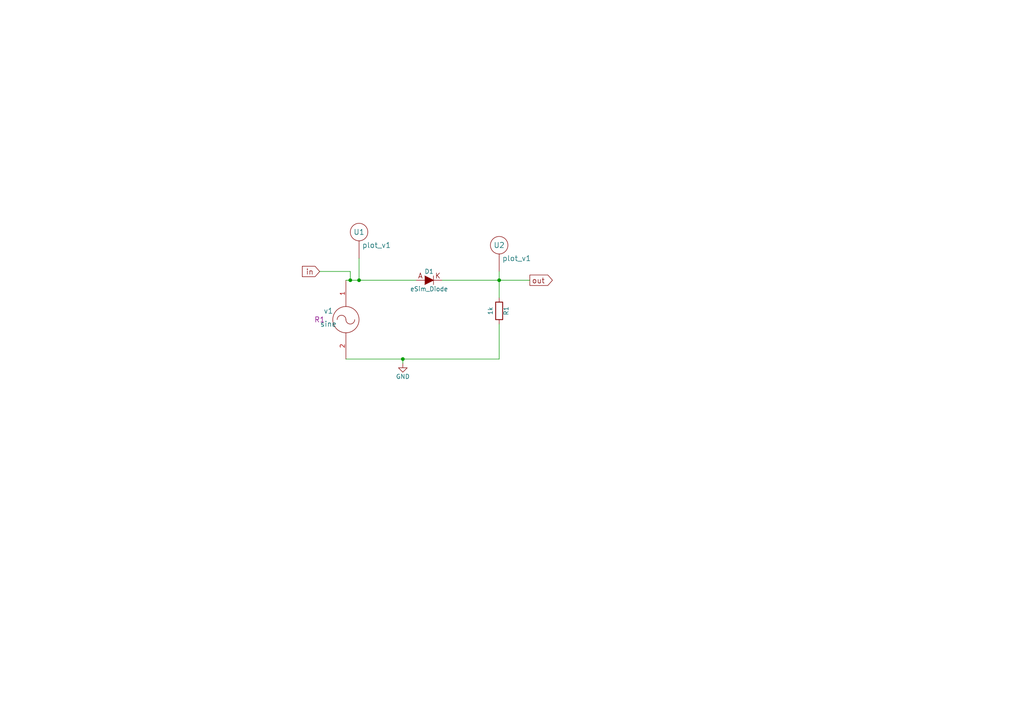
<source format=kicad_sch>
(kicad_sch (version 20211123) (generator eeschema)
  (paper "A4")
  (lib_symbols
    (symbol "PMEG2005EB_half_wave_rectifier-rescue:GND" (power) (pin_names (offset 0))
      (property "Value" "GND" (at 0 -3.81 0))
      (symbol "GND_0_1"
        (polyline (pts (xy 0 0) (xy 0 -1.27) (xy 1.27 -1.27) (xy 0 -2.54) (xy -1.27 -1.27) (xy 0 -1.27)))
      )
      (symbol "GND_1_1"
        (pin power_in line (at 0 0 270) (length 0) hide (name "GND") (number "1"))
      )
    )
    (symbol "PMEG2005EB_half_wave_rectifier-rescue:eSim_Diode" (pin_numbers hide) (pin_names (offset 1.016) hide)
      (property "Reference" "D" (at 0 2.54 0))
      (property "Value" "eSim_Diode" (at 0 -2.54 0))
      (symbol "eSim_Diode_0_0"
        (text "A" (at -2.54 1.27 0) (effects (font (size 1.524 1.524))))
        (text "K" (at 2.54 1.27 0) (effects (font (size 1.524 1.524))))
      )
      (symbol "eSim_Diode_0_1"
        (polyline (pts (xy 1.27 1.27) (xy 1.27 -1.27)) (stroke (width 0.1524)))
        (polyline (pts (xy -1.27 1.27) (xy 1.27 0) (xy -1.27 -1.27)) (fill (type outline)))
      )
      (symbol "eSim_Diode_1_1"
        (pin passive line (at -3.81 0 0) (length 2.54) (name "A") (number "1"))
        (pin passive line (at 3.81 0 180) (length 2.54) (name "K") (number "2"))
      )
    )
    (symbol "PMEG2005EB_half_wave_rectifier-rescue:plot_v1" (pin_names (offset 1.016))
      (property "Reference" "U" (at 0 12.7 0))
      (property "Value" "plot_v1" (at 5.08 8.89 0))
      (symbol "plot_v1_0_1"
        (circle (center 0 12.7) (radius 2.54))
      )
      (symbol "plot_v1_1_1"
        (pin input line (at 0 5.08 90) (length 5.08) (name "~") (number "~"))
      )
    )
    (symbol "PMEG2005EB_half_wave_rectifier-rescue:resistor" (pin_numbers hide) (pin_names (offset 0))
      (property "Reference" "R" (at 1.27 3.302 0))
      (property "Value" "resistor" (at 1.27 -1.27 0))
      (symbol "resistor_0_1"
        (rectangle (start 3.81 0.254) (end -1.27 2.286) (stroke (width 0.254)))
      )
      (symbol "resistor_1_1"
        (pin passive line (at -2.54 1.27 0) (length 1.27) (name "~") (number "1"))
        (pin passive line (at 5.08 1.27 180) (length 1.27) (name "~") (number "2"))
      )
    )
    (symbol "PMEG2005EB_half_wave_rectifier-rescue:sine" (pin_names (offset 1.016))
      (property "Reference" "v" (at -5.08 2.54 0))
      (property "Value" "sine" (at -5.08 -1.27 0))
      (property "Footprint" "R1" (at -7.62 0 0))
      (symbol "sine_0_1"
        (arc (start 0 0) (mid -1.27 1.27) (end -2.54 0))
        (arc (start 0 0) (mid 1.27 -1.27) (end 2.54 0))
        (circle (center 0 0) (radius 3.81))
      )
      (symbol "sine_1_1"
        (pin input line (at 0 11.43 270) (length 7.62) (name "+") (number "1"))
        (pin input line (at 0 -11.43 90) (length 7.62) (name "-") (number "2"))
      )
    )
  )
  (junction (at 104.14 81.28))
  (junction (at 101.6 81.28))
  (junction (at 144.78 81.28))
  (junction (at 116.84 104.14))
  (wire (pts (xy 144.78 81.28) (xy 144.78 86.36)))
  (wire (pts (xy 92.71 78.74) (xy 101.6 78.74)))
  (wire (pts (xy 101.6 78.74) (xy 101.6 81.28)))
  (wire (pts (xy 144.78 81.28) (xy 153.67 81.28)))
  (wire (pts (xy 104.14 74.93) (xy 104.14 81.28)))
  (wire (pts (xy 144.78 78.74) (xy 144.78 81.28)))
  (wire (pts (xy 144.78 104.14) (xy 144.78 93.98)))
  (wire (pts (xy 120.65 81.28) (xy 104.14 81.28)))
  (wire (pts (xy 100.33 104.14) (xy 116.84 104.14)))
  (wire (pts (xy 116.84 104.14) (xy 144.78 104.14)))
  (wire (pts (xy 104.14 81.28) (xy 101.6 81.28)))
  (wire (pts (xy 116.84 105.41) (xy 116.84 104.14)))
  (wire (pts (xy 101.6 81.28) (xy 100.33 81.28)))
  (wire (pts (xy 128.27 81.28) (xy 144.78 81.28)))
  (global_label "in" (shape input) (at 92.71 78.74 180) (effects (font (size 1.524 1.524))) (property "Intersheet References" "${INTERSHEET_REFS}" (effects hide)))
  (global_label "out" (shape output) (at 153.67 81.28 0) (effects (font (size 1.524 1.524))) (property "Intersheet References" "${INTERSHEET_REFS}" (effects hide)))
  (symbol (lib_id "PMEG2005EB_half_wave_rectifier-rescue:sine") (at 100.33 92.71 0) (unit 1)
    (property "Reference" "v1" (at 95.25 90.17 0) (effects (font (size 1.524 1.524))))
    (property "Value" "sine" (at 95.25 93.98 0) (effects (font (size 1.524 1.524))))
    (property "Footprint" "R1" (at 92.71 92.71 0) (effects (font (size 1.524 1.524))))
  )
  (symbol (lib_id "PMEG2005EB_half_wave_rectifier-rescue:eSim_Diode") (at 124.46 81.28 0) (unit 1)
    (property "Reference" "D1" (at 124.46 78.74 0))
    (property "Value" "eSim_Diode" (at 124.46 83.82 0))
  )
  (symbol (lib_id "PMEG2005EB_half_wave_rectifier-rescue:resistor") (at 143.51 88.9 270) (unit 1)
    (property "Reference" "R1" (at 146.812 90.17 0))
    (property "Value" "1k" (at 142.24 90.17 0))
  )
  (symbol (lib_id "PMEG2005EB_half_wave_rectifier-rescue:plot_v1") (at 144.78 83.82 0) (unit 1)
    (property "Reference" "U2" (at 144.78 71.12 0) (effects (font (size 1.524 1.524))))
    (property "Value" "plot_v1" (at 149.86 74.93 0) (effects (font (size 1.524 1.524))))
  )
  (symbol (lib_id "PMEG2005EB_half_wave_rectifier-rescue:plot_v1") (at 104.14 80.01 0) (unit 1)
    (property "Reference" "U1" (at 104.14 67.31 0) (effects (font (size 1.524 1.524))))
    (property "Value" "plot_v1" (at 109.22 71.12 0) (effects (font (size 1.524 1.524))))
  )
  (symbol (lib_id "PMEG2005EB_half_wave_rectifier-rescue:GND") (at 116.84 105.41 0) (unit 1)
    (property "Reference" "#PWR1" (effects hide))
    (property "Value" "GND" (at 116.84 109.22 0))
  )
)
</source>
